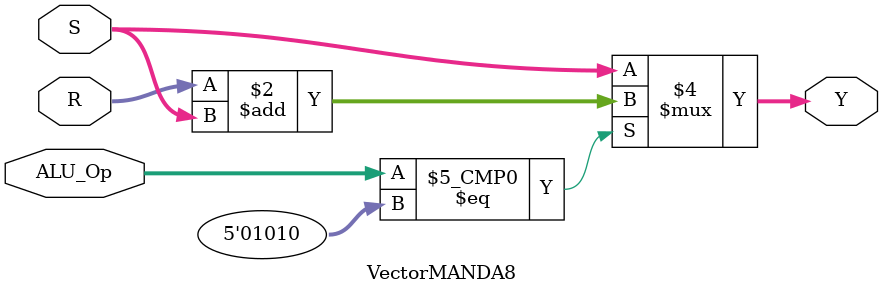
<source format=v>
`timescale 1ns / 1ps
module VectorMANDA8(R, S, ALU_Op, Y);

input [15:0] R, S;
input [4:0] ALU_Op;
output [15:0] Y;
reg [15:0] Y;

reg [15:0] Product_Register;
reg [7:0] Multiplicand;

always @(R or S or ALU_Op)
begin
	case (ALU_Op)
	5'b01010:	
		Y = R + S;                        // Addition	
	default:
		Y = S;
	endcase
			
end

endmodule

</source>
